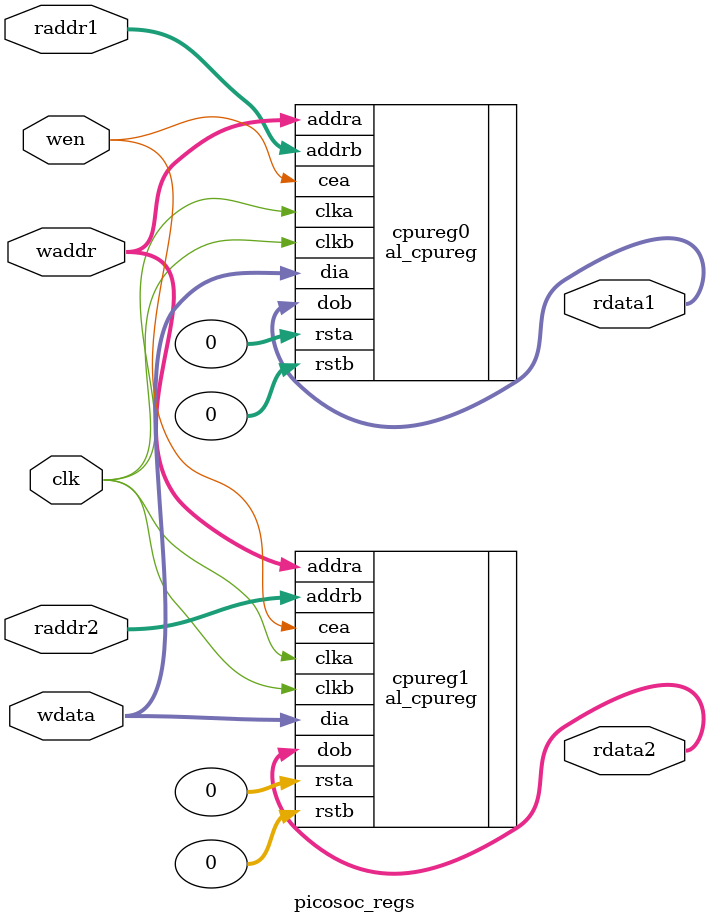
<source format=v>
/*
 *  PicoSoC - A simple example SoC using PicoRV32
 *
 *  Copyright (C) 2017  Clifford Wolf <clifford@clifford.at>
 *
 *  Permission to use, copy, modify, and/or distribute this software for any
 *  purpose with or without fee is hereby granted, provided that the above
 *  copyright notice and this permission notice appear in all copies.
 *
 *  THE SOFTWARE IS PROVIDED "AS IS" AND THE AUTHOR DISCLAIMS ALL WARRANTIES
 *  WITH REGARD TO THIS SOFTWARE INCLUDING ALL IMPLIED WARRANTIES OF
 *  MERCHANTABILITY AND FITNESS. IN NO EVENT SHALL THE AUTHOR BE LIABLE FOR
 *  ANY SPECIAL, DIRECT, INDIRECT, OR CONSEQUENTIAL DAMAGES OR ANY DAMAGES
 *  WHATSOEVER RESULTING FROM LOSS OF USE, DATA OR PROFITS, WHETHER IN AN
 *  ACTION OF CONTRACT, NEGLIGENCE OR OTHER TORTIOUS ACTION, ARISING OUT OF
 *  OR IN CONNECTION WITH THE USE OR PERFORMANCE OF THIS SOFTWARE.
 *
 */

`ifndef PICORV32_REGS
`ifdef PICORV32_V
`error "picosoc.v must be read before picorv32.v!"
`endif

`define PICORV32_REGS picosoc_regs
`endif

`ifndef PICOSOC_MEM
`define PICOSOC_MEM picosoc_mem
`endif

// this macro can be used to check if the verilog files in your
// design are read in the correct order.
`define PICOSOC_V

module picosoc32 (
	input clk,
	input resetn,

	output        iomem_valid,
	input         iomem_ready,
	output [ 3:0] iomem_wstrb,
	output [31:0] iomem_addr,
	output [31:0] iomem_wdata,
	input  [31:0] iomem_rdata,
	input  [23:0] ex_irq,

	output ser_tx,
	input  ser_rx,
	
	output trap,
	
	output flash_csb,
	output flash_clk,

	output flash_io0_oe,
	output flash_io1_oe,
	output flash_io2_oe,
	output flash_io3_oe,

	output flash_io0_do,
	output flash_io1_do,
	output flash_io2_do,
	output flash_io3_do,

	input  flash_io0_di,
	input  flash_io1_di,
	input  flash_io2_di,
	input  flash_io3_di

);

	reg [31:0] irq ;
	wire irq_stall;
	wire irq_uart ;

	always @(posedge clk) 
		if(!resetn)
		irq <= 31'b0;
		else
		begin
		irq[3] <= irq_stall;
		irq[4] <= irq_uart;
		irq[31:8]<= ex_irq;
	end

	wire mem_valid;
	wire mem_instr;
	wire mem_ready;
	
	wire [31:0] mem_addr;
	wire [31:0] mem_wdata;
	wire [3:0]  mem_wstrb;
	wire  [31:0] mem_rdata;
	
	wire ram_valid;
	wire ram_ready;
	wire [31:0] ram_rdata;
	wire rom_valid;
	wire rom_ready;
	wire [31:0] rom_rdata;
	
	wire spimem_ready;
	wire [31:0] spimem_rdata;
	
	wire spimemio_cfgreg_sel = mem_valid && (mem_addr == 32'h 0200_0004);
	wire [31:0] spimemio_cfgreg_do;
	
	wire        simpleuart_reg_div_sel = mem_valid && (mem_addr == 32'h 0200_0000);
	wire [31:0] simpleuart_reg_div_do;

	wire        simpleuart_reg_dat_sel = mem_valid && (mem_addr == 32'h 0200_0008);
	wire [31:0] simpleuart_reg_dat_do;
	wire        simpleuart_reg_dat_wait;
	
	
	assign iomem_valid = mem_valid && (mem_addr[31:24] > 8'h 02);
	assign iomem_wstrb = mem_wstrb;
	assign iomem_addr = mem_addr;
	assign iomem_wdata = mem_wdata;
	
	assign mem_ready = (iomem_valid && iomem_ready) ||
						ram_ready ||
						rom_ready ||
						spimem_ready ||
						spimemio_cfgreg_sel ||
						simpleuart_reg_div_sel ||
						(simpleuart_reg_dat_sel && !simpleuart_reg_dat_wait);
	assign mem_rdata = 	 (iomem_valid && iomem_ready) ? iomem_rdata :
						ram_ready ? ram_rdata :
						rom_ready ? rom_rdata : 
						spimem_ready ? spimem_rdata:
						spimemio_cfgreg_sel ? spimemio_cfgreg_do : 
						simpleuart_reg_div_sel ? simpleuart_reg_div_do :
						simpleuart_reg_dat_sel ? simpleuart_reg_dat_do :
						32'h 0000_0000;


	picorv32 #(
		.STACKADDR(4*4096),
		.PROGADDR_RESET(32'h 0110_0000),
		.PROGADDR_IRQ(32'h 0110_0100),
		.BARREL_SHIFTER(1),
		.COMPRESSED_ISA(1),
		.ENABLE_COUNTERS(1),
		.ENABLE_MUL(0),
		.ENABLE_DIV(0),
		.ENABLE_IRQ(1),
		.ENABLE_IRQ_QREGS(1)
	) cpu (
		.clk         (clk        ),
		.resetn      (resetn     ),
		.mem_valid   (mem_valid  ),
		.mem_instr   (mem_instr  ),
		.mem_ready   (mem_ready  ),
		.mem_addr    (mem_addr   ),
		.mem_wdata   (mem_wdata  ),
		.mem_wstrb   (mem_wstrb  ),
		.mem_rdata   (mem_rdata  ),
		.trap        (trap       ),
		.irq         (irq        )
	);
	
	simpleuart simpleuart (
		.clk         (clk         ),
		.resetn      (resetn      ),
		.ser_tx      (ser_tx      ),
		.ser_rx      (ser_rx      ),
		
		.reg_div_we  (simpleuart_reg_div_sel ? mem_wstrb : 4'b 0000),
		.reg_div_di  (mem_wdata),
		.reg_div_do  (simpleuart_reg_div_do),
		
		.reg_dat_we  (simpleuart_reg_dat_sel ? mem_wstrb[0] : 1'b 0),
		.reg_dat_re  (simpleuart_reg_dat_sel && !mem_wstrb),
		.reg_dat_di  (mem_wdata),
		.reg_dat_do  (simpleuart_reg_dat_do),
		.reg_dat_wait(simpleuart_reg_dat_wait),
		.irq(irq_uart)
	);



	
	localparam RAM_ORIGIN = 0;  // 16K RAM
	localparam RAM_SIZE = 16*1024;  // 16K RAM
	assign ram_valid = mem_valid  && (mem_addr >= RAM_ORIGIN )&&(mem_addr <= RAM_ORIGIN+RAM_SIZE);
	pico_ram #(
		.WORDS(RAM_SIZE)
	)ram(
	.valid(ram_valid),
	.clk(clk),
	.wen(ram_valid? mem_wstrb : 4'b0),
	.addr(mem_addr[15:2]),
	.wdata(mem_wdata),
	.ready(ram_ready),
	.rdata(ram_rdata)
	);

	localparam ROM_ORIGIN = 32'h20000;  //
	localparam ROM_SIZE = 16*1024;  // 16K ROM
    assign rom_valid = mem_valid && (mem_addr >= ROM_ORIGIN )&&(mem_addr <= ROM_ORIGIN+ROM_SIZE);
	pico_rom #(
		.WORDS(ROM_SIZE)
	)rom(
	.valid(rom_valid),
	.clk(clk),
	.wen(rom_valid? mem_wstrb : 4'b0),
	.addr(mem_addr[15:2]),
	.wdata(mem_wdata),
	.ready(rom_ready),
	.rdata(rom_rdata)
	);
	spimemio spimemio (
		.clk    (clk),
		.resetn (resetn),
		.valid  (mem_valid && mem_addr >= 32'h 0100_0000&& mem_addr < 32'h 0200_0000),
		.ready  (spimem_ready),
		.addr   (mem_addr[23:0]),
		.rdata  (spimem_rdata),

		.flash_csb    (flash_csb   ),
		.flash_clk    (flash_clk   ),

		.flash_io0_oe (flash_io0_oe),
		.flash_io1_oe (flash_io1_oe),
		.flash_io2_oe (flash_io2_oe),
		.flash_io3_oe (flash_io3_oe),

		.flash_io0_do (flash_io0_do),
		.flash_io1_do (flash_io1_do),
		.flash_io2_do (flash_io2_do),
		.flash_io3_do (flash_io3_do),

		.flash_io0_di (flash_io0_di),
		.flash_io1_di (flash_io1_di),
		.flash_io2_di (flash_io2_di),
		.flash_io3_di (flash_io3_di),

		.cfgreg_we(spimemio_cfgreg_sel ? mem_wstrb : 4'b 0000),
		.cfgreg_di(mem_wdata),
		.cfgreg_do(spimemio_cfgreg_do)
	);




endmodule


module picosoc_regs (
	input clk, wen,
	input [5:0] waddr,
	input [5:0] raddr1,
	input [5:0] raddr2,
	input [31:0] wdata,
	output [31:0] rdata1,
	output [31:0] rdata2
);



 al_cpureg cpureg0 ( 
	.dia	(wdata),
	.addra	(waddr), 
	.clka	(clk), 
	.cea	(wen),
	.rsta	(0), 
	.dob	(rdata1), 
	.addrb	(raddr1), 
	.clkb	(clk), 
	.rstb   (0)
);

 al_cpureg cpureg1 ( 
	.dia	(wdata),
	.addra	(waddr), 
	.clka	(clk), 
	.cea	(wen),
	.rsta	(0), 
	.dob	(rdata2), 
	.addrb	(raddr2), 
	.clkb	(clk), 
	.rstb   (0)
);
//
//
//	reg [31:0] regs [0:63];
//
//
//
//
//	always @(posedge clk)
//		if (wen) regs[waddr[5:0]] <= wdata;
//
//	assign rdata1 = regs[raddr1[5:0]];
//	assign rdata2 = regs[raddr2[5:0]];
endmodule

</source>
